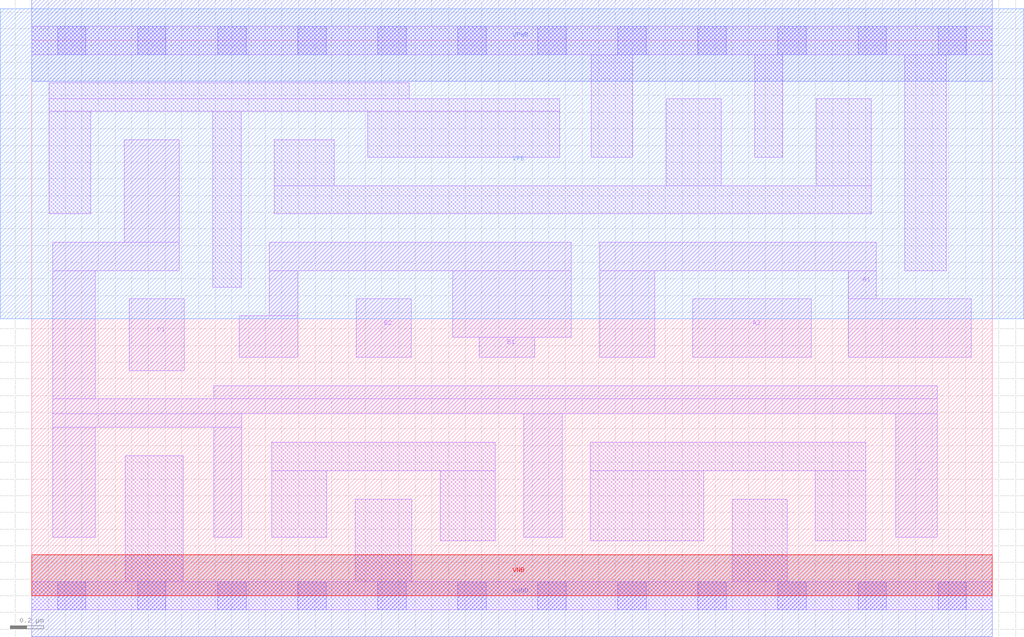
<source format=lef>
# Copyright 2020 The SkyWater PDK Authors
#
# Licensed under the Apache License, Version 2.0 (the "License");
# you may not use this file except in compliance with the License.
# You may obtain a copy of the License at
#
#     https://www.apache.org/licenses/LICENSE-2.0
#
# Unless required by applicable law or agreed to in writing, software
# distributed under the License is distributed on an "AS IS" BASIS,
# WITHOUT WARRANTIES OR CONDITIONS OF ANY KIND, either express or implied.
# See the License for the specific language governing permissions and
# limitations under the License.
#
# SPDX-License-Identifier: Apache-2.0

VERSION 5.7 ;
  NOWIREEXTENSIONATPIN ON ;
  DIVIDERCHAR "/" ;
  BUSBITCHARS "[]" ;
MACRO sky130_fd_sc_ms__a221oi_2
  CLASS CORE ;
  FOREIGN sky130_fd_sc_ms__a221oi_2 ;
  ORIGIN  0.000000  0.000000 ;
  SIZE  5.760000 BY  3.330000 ;
  SYMMETRY X Y ;
  SITE unit ;
  PIN A1
    ANTENNAGATEAREA  0.625200 ;
    DIRECTION INPUT ;
    USE SIGNAL ;
    PORT
      LAYER li1 ;
        RECT 3.405000 1.430000 3.735000 1.950000 ;
        RECT 3.405000 1.950000 5.065000 2.120000 ;
        RECT 4.895000 1.430000 5.635000 1.780000 ;
        RECT 4.895000 1.780000 5.065000 1.950000 ;
    END
  END A1
  PIN A2
    ANTENNAGATEAREA  0.625200 ;
    DIRECTION INPUT ;
    USE SIGNAL ;
    PORT
      LAYER li1 ;
        RECT 3.965000 1.430000 4.675000 1.780000 ;
    END
  END A2
  PIN B1
    ANTENNAGATEAREA  0.625200 ;
    DIRECTION INPUT ;
    USE SIGNAL ;
    PORT
      LAYER li1 ;
        RECT 1.245000 1.430000 1.595000 1.680000 ;
        RECT 1.425000 1.680000 1.595000 1.950000 ;
        RECT 1.425000 1.950000 3.235000 2.120000 ;
        RECT 2.525000 1.550000 3.235000 1.950000 ;
        RECT 2.685000 1.430000 3.015000 1.550000 ;
    END
  END B1
  PIN B2
    ANTENNAGATEAREA  0.625200 ;
    DIRECTION INPUT ;
    USE SIGNAL ;
    PORT
      LAYER li1 ;
        RECT 1.945000 1.430000 2.275000 1.780000 ;
    END
  END B2
  PIN C1
    ANTENNAGATEAREA  0.625200 ;
    DIRECTION INPUT ;
    USE SIGNAL ;
    PORT
      LAYER li1 ;
        RECT 0.585000 1.350000 0.915000 1.780000 ;
    END
  END C1
  PIN Y
    ANTENNADIFFAREA  1.138600 ;
    DIRECTION OUTPUT ;
    USE SIGNAL ;
    PORT
      LAYER li1 ;
        RECT 0.125000 0.350000 0.380000 1.010000 ;
        RECT 0.125000 1.010000 1.260000 1.090000 ;
        RECT 0.125000 1.090000 5.430000 1.180000 ;
        RECT 0.125000 1.180000 0.380000 1.950000 ;
        RECT 0.125000 1.950000 0.885000 2.120000 ;
        RECT 0.555000 2.120000 0.885000 2.735000 ;
        RECT 1.090000 0.350000 1.260000 1.010000 ;
        RECT 1.090000 1.180000 5.430000 1.260000 ;
        RECT 2.950000 0.350000 3.180000 1.090000 ;
        RECT 5.180000 0.350000 5.430000 1.090000 ;
    END
  END Y
  PIN VGND
    DIRECTION INOUT ;
    USE GROUND ;
    PORT
      LAYER met1 ;
        RECT 0.000000 -0.245000 5.760000 0.245000 ;
    END
  END VGND
  PIN VNB
    DIRECTION INOUT ;
    USE GROUND ;
    PORT
      LAYER pwell ;
        RECT 0.000000 0.000000 5.760000 0.245000 ;
    END
  END VNB
  PIN VPB
    DIRECTION INOUT ;
    USE POWER ;
    PORT
      LAYER nwell ;
        RECT -0.190000 1.660000 5.950000 3.520000 ;
    END
  END VPB
  PIN VPWR
    DIRECTION INOUT ;
    USE POWER ;
    PORT
      LAYER met1 ;
        RECT 0.000000 3.085000 5.760000 3.575000 ;
    END
  END VPWR
  OBS
    LAYER li1 ;
      RECT 0.000000 -0.085000 5.760000 0.085000 ;
      RECT 0.000000  3.245000 5.760000 3.415000 ;
      RECT 0.105000  2.290000 0.355000 2.905000 ;
      RECT 0.105000  2.905000 3.165000 2.980000 ;
      RECT 0.105000  2.980000 2.265000 3.075000 ;
      RECT 0.560000  0.085000 0.910000 0.840000 ;
      RECT 1.085000  1.850000 1.255000 2.905000 ;
      RECT 1.440000  0.350000 1.770000 0.750000 ;
      RECT 1.440000  0.750000 2.780000 0.920000 ;
      RECT 1.455000  2.290000 5.035000 2.460000 ;
      RECT 1.455000  2.460000 1.815000 2.735000 ;
      RECT 1.940000  0.085000 2.280000 0.580000 ;
      RECT 2.015000  2.630000 3.165000 2.905000 ;
      RECT 2.450000  0.330000 2.780000 0.750000 ;
      RECT 3.350000  0.330000 4.030000 0.750000 ;
      RECT 3.350000  0.750000 5.000000 0.920000 ;
      RECT 3.355000  2.630000 3.605000 3.245000 ;
      RECT 3.805000  2.460000 4.135000 2.980000 ;
      RECT 4.200000  0.085000 4.530000 0.580000 ;
      RECT 4.335000  2.630000 4.505000 3.245000 ;
      RECT 4.700000  0.330000 5.000000 0.750000 ;
      RECT 4.705000  2.460000 5.035000 2.980000 ;
      RECT 5.235000  1.950000 5.485000 3.245000 ;
    LAYER mcon ;
      RECT 0.155000 -0.085000 0.325000 0.085000 ;
      RECT 0.155000  3.245000 0.325000 3.415000 ;
      RECT 0.635000 -0.085000 0.805000 0.085000 ;
      RECT 0.635000  3.245000 0.805000 3.415000 ;
      RECT 1.115000 -0.085000 1.285000 0.085000 ;
      RECT 1.115000  3.245000 1.285000 3.415000 ;
      RECT 1.595000 -0.085000 1.765000 0.085000 ;
      RECT 1.595000  3.245000 1.765000 3.415000 ;
      RECT 2.075000 -0.085000 2.245000 0.085000 ;
      RECT 2.075000  3.245000 2.245000 3.415000 ;
      RECT 2.555000 -0.085000 2.725000 0.085000 ;
      RECT 2.555000  3.245000 2.725000 3.415000 ;
      RECT 3.035000 -0.085000 3.205000 0.085000 ;
      RECT 3.035000  3.245000 3.205000 3.415000 ;
      RECT 3.515000 -0.085000 3.685000 0.085000 ;
      RECT 3.515000  3.245000 3.685000 3.415000 ;
      RECT 3.995000 -0.085000 4.165000 0.085000 ;
      RECT 3.995000  3.245000 4.165000 3.415000 ;
      RECT 4.475000 -0.085000 4.645000 0.085000 ;
      RECT 4.475000  3.245000 4.645000 3.415000 ;
      RECT 4.955000 -0.085000 5.125000 0.085000 ;
      RECT 4.955000  3.245000 5.125000 3.415000 ;
      RECT 5.435000 -0.085000 5.605000 0.085000 ;
      RECT 5.435000  3.245000 5.605000 3.415000 ;
  END
END sky130_fd_sc_ms__a221oi_2
END LIBRARY

</source>
